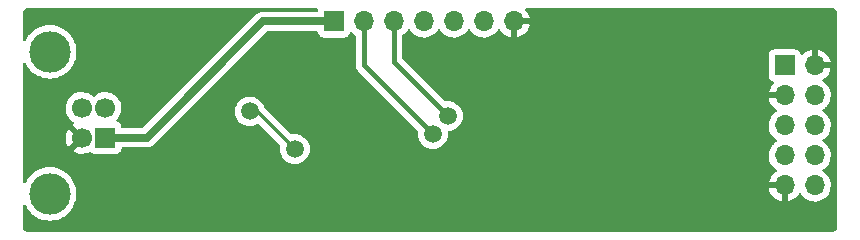
<source format=gbr>
G04 #@! TF.GenerationSoftware,KiCad,Pcbnew,(6.0.8)*
G04 #@! TF.CreationDate,2022-10-27T22:19:05+02:00*
G04 #@! TF.ProjectId,F38C_U2S,46333843-5f55-4325-932e-6b696361645f,1.0*
G04 #@! TF.SameCoordinates,Original*
G04 #@! TF.FileFunction,Copper,L2,Bot*
G04 #@! TF.FilePolarity,Positive*
%FSLAX46Y46*%
G04 Gerber Fmt 4.6, Leading zero omitted, Abs format (unit mm)*
G04 Created by KiCad (PCBNEW (6.0.8)) date 2022-10-27 22:19:05*
%MOMM*%
%LPD*%
G01*
G04 APERTURE LIST*
G04 #@! TA.AperFunction,ComponentPad*
%ADD10R,1.700000X1.700000*%
G04 #@! TD*
G04 #@! TA.AperFunction,ComponentPad*
%ADD11C,1.700000*%
G04 #@! TD*
G04 #@! TA.AperFunction,ComponentPad*
%ADD12C,3.500000*%
G04 #@! TD*
G04 #@! TA.AperFunction,ComponentPad*
%ADD13O,1.700000X1.700000*%
G04 #@! TD*
G04 #@! TA.AperFunction,ViaPad*
%ADD14C,1.500000*%
G04 #@! TD*
G04 #@! TA.AperFunction,Conductor*
%ADD15C,0.635000*%
G04 #@! TD*
G04 #@! TA.AperFunction,Conductor*
%ADD16C,0.304800*%
G04 #@! TD*
G04 #@! TA.AperFunction,Conductor*
%ADD17C,0.381000*%
G04 #@! TD*
G04 APERTURE END LIST*
D10*
X122000000Y-60000000D03*
D11*
X122000000Y-57500000D03*
X120000000Y-57500000D03*
X120000000Y-60000000D03*
D12*
X117290000Y-64770000D03*
X117290000Y-52730000D03*
D10*
X179526500Y-53890000D03*
D13*
X182066500Y-53890000D03*
X179526500Y-56430000D03*
X182066500Y-56430000D03*
X179526500Y-58970000D03*
X182066500Y-58970000D03*
X179526500Y-61510000D03*
X182066500Y-61510000D03*
X179526500Y-64050000D03*
X182066500Y-64050000D03*
D10*
X141351000Y-50165000D03*
D13*
X143891000Y-50165000D03*
X146431000Y-50165000D03*
X148971000Y-50165000D03*
X151511000Y-50165000D03*
X154051000Y-50165000D03*
X156591000Y-50165000D03*
D14*
X170500000Y-53750000D03*
X146600000Y-65800000D03*
X171250000Y-64600000D03*
X138049000Y-60960000D03*
X134239000Y-57785000D03*
X151003000Y-58166000D03*
X149733000Y-59690000D03*
D15*
X135335000Y-50165000D02*
X141351000Y-50165000D01*
X122000000Y-60000000D02*
X125500000Y-60000000D01*
X125500000Y-60000000D02*
X135335000Y-50165000D01*
D16*
X138049000Y-60960000D02*
X134874000Y-57785000D01*
X134874000Y-57785000D02*
X134239000Y-57785000D01*
D17*
X146431000Y-53594000D02*
X146431000Y-50165000D01*
X151003000Y-58166000D02*
X146431000Y-53594000D01*
X149733000Y-59690000D02*
X143891000Y-53848000D01*
X143891000Y-53848000D02*
X143891000Y-50165000D01*
G04 #@! TA.AperFunction,Conductor*
G36*
X139959124Y-49028502D02*
G01*
X140005617Y-49082158D01*
X140015721Y-49152432D01*
X140008986Y-49178726D01*
X139999255Y-49204684D01*
X139998402Y-49212539D01*
X139996873Y-49226610D01*
X139969630Y-49292171D01*
X139911266Y-49332597D01*
X139871610Y-49339000D01*
X135375033Y-49339000D01*
X135364489Y-49338558D01*
X135353283Y-49337617D01*
X135314700Y-49334377D01*
X135237257Y-49344711D01*
X135234257Y-49345073D01*
X135192502Y-49349609D01*
X135163366Y-49352774D01*
X135163364Y-49352774D01*
X135156583Y-49353511D01*
X135150117Y-49355687D01*
X135147767Y-49356204D01*
X135147218Y-49356301D01*
X135146459Y-49356478D01*
X135145914Y-49356636D01*
X135143574Y-49357211D01*
X135136810Y-49358113D01*
X135130401Y-49360446D01*
X135130396Y-49360447D01*
X135063459Y-49384811D01*
X135060552Y-49385829D01*
X134992959Y-49408576D01*
X134992954Y-49408578D01*
X134986489Y-49410754D01*
X134980636Y-49414271D01*
X134978453Y-49415280D01*
X134977946Y-49415489D01*
X134977226Y-49415833D01*
X134976728Y-49416104D01*
X134974583Y-49417159D01*
X134968165Y-49419495D01*
X134902211Y-49461351D01*
X134899643Y-49462936D01*
X134854089Y-49490308D01*
X134832656Y-49503186D01*
X134827699Y-49507874D01*
X134825763Y-49509343D01*
X134824840Y-49509984D01*
X134820995Y-49512892D01*
X134816636Y-49515658D01*
X134812536Y-49519323D01*
X134760613Y-49571246D01*
X134758092Y-49573698D01*
X134702260Y-49626496D01*
X134698426Y-49632137D01*
X134694297Y-49636989D01*
X134687440Y-49644419D01*
X129935593Y-54396267D01*
X125194765Y-59137095D01*
X125132453Y-59171121D01*
X125105670Y-59174000D01*
X123479390Y-59174000D01*
X123411269Y-59153998D01*
X123364776Y-59100342D01*
X123354127Y-59061610D01*
X123353703Y-59057709D01*
X123351745Y-59039684D01*
X123300615Y-58903295D01*
X123213261Y-58786739D01*
X123096705Y-58699385D01*
X123088296Y-58696233D01*
X123088295Y-58696232D01*
X123007371Y-58665895D01*
X122950606Y-58623254D01*
X122925906Y-58556692D01*
X122941113Y-58487343D01*
X122962660Y-58458662D01*
X123034435Y-58387137D01*
X123038096Y-58383489D01*
X123049072Y-58368215D01*
X123165435Y-58206277D01*
X123168453Y-58202077D01*
X123183578Y-58171475D01*
X123265136Y-58006453D01*
X123265137Y-58006451D01*
X123267430Y-58001811D01*
X123318992Y-57832101D01*
X123330865Y-57793023D01*
X123330865Y-57793021D01*
X123332370Y-57788069D01*
X123361529Y-57566590D01*
X123362017Y-57546632D01*
X123363074Y-57503365D01*
X123363074Y-57503361D01*
X123363156Y-57500000D01*
X123344852Y-57277361D01*
X123290431Y-57060702D01*
X123201354Y-56855840D01*
X123099221Y-56697966D01*
X123082822Y-56672617D01*
X123082820Y-56672614D01*
X123080014Y-56668277D01*
X122929670Y-56503051D01*
X122925619Y-56499852D01*
X122925615Y-56499848D01*
X122758414Y-56367800D01*
X122758410Y-56367798D01*
X122754359Y-56364598D01*
X122558789Y-56256638D01*
X122553920Y-56254914D01*
X122553916Y-56254912D01*
X122353087Y-56183795D01*
X122353083Y-56183794D01*
X122348212Y-56182069D01*
X122343119Y-56181162D01*
X122343116Y-56181161D01*
X122133373Y-56143800D01*
X122133367Y-56143799D01*
X122128284Y-56142894D01*
X122054452Y-56141992D01*
X121910081Y-56140228D01*
X121910079Y-56140228D01*
X121904911Y-56140165D01*
X121684091Y-56173955D01*
X121471756Y-56243357D01*
X121273607Y-56346507D01*
X121269474Y-56349610D01*
X121269471Y-56349612D01*
X121099100Y-56477530D01*
X121094965Y-56480635D01*
X121091393Y-56484373D01*
X121090874Y-56484916D01*
X121090610Y-56485068D01*
X121087525Y-56487807D01*
X121086960Y-56487170D01*
X121029350Y-56520346D01*
X120958437Y-56516889D01*
X120921688Y-56496747D01*
X120758414Y-56367800D01*
X120758410Y-56367798D01*
X120754359Y-56364598D01*
X120558789Y-56256638D01*
X120553920Y-56254914D01*
X120553916Y-56254912D01*
X120353087Y-56183795D01*
X120353083Y-56183794D01*
X120348212Y-56182069D01*
X120343119Y-56181162D01*
X120343116Y-56181161D01*
X120133373Y-56143800D01*
X120133367Y-56143799D01*
X120128284Y-56142894D01*
X120054452Y-56141992D01*
X119910081Y-56140228D01*
X119910079Y-56140228D01*
X119904911Y-56140165D01*
X119684091Y-56173955D01*
X119471756Y-56243357D01*
X119273607Y-56346507D01*
X119269474Y-56349610D01*
X119269471Y-56349612D01*
X119099100Y-56477530D01*
X119094965Y-56480635D01*
X118940629Y-56642138D01*
X118814743Y-56826680D01*
X118769890Y-56923308D01*
X118744748Y-56977473D01*
X118720688Y-57029305D01*
X118660989Y-57244570D01*
X118637251Y-57466695D01*
X118637548Y-57471848D01*
X118637548Y-57471851D01*
X118649812Y-57684547D01*
X118650110Y-57689715D01*
X118651247Y-57694761D01*
X118651248Y-57694767D01*
X118660073Y-57733924D01*
X118699222Y-57907639D01*
X118783266Y-58114616D01*
X118800425Y-58142617D01*
X118894835Y-58296680D01*
X118899987Y-58305088D01*
X119046250Y-58473938D01*
X119218126Y-58616632D01*
X119258224Y-58640063D01*
X119306947Y-58691702D01*
X119320018Y-58761485D01*
X119293286Y-58827257D01*
X119270306Y-58849611D01*
X119249676Y-58865100D01*
X119241223Y-58876427D01*
X119247968Y-58888758D01*
X120270115Y-59910905D01*
X120304141Y-59973217D01*
X120299076Y-60044032D01*
X120270115Y-60089095D01*
X119246737Y-61112473D01*
X119239977Y-61124853D01*
X119245258Y-61131907D01*
X119406756Y-61226279D01*
X119416042Y-61230729D01*
X119615001Y-61306703D01*
X119624899Y-61309579D01*
X119833595Y-61352038D01*
X119843823Y-61353257D01*
X120056650Y-61361062D01*
X120066936Y-61360595D01*
X120278185Y-61333534D01*
X120288262Y-61331392D01*
X120492255Y-61270191D01*
X120501842Y-61266433D01*
X120649098Y-61194293D01*
X120719072Y-61182286D01*
X120784250Y-61209939D01*
X120786739Y-61213261D01*
X120903295Y-61300615D01*
X121039684Y-61351745D01*
X121101866Y-61358500D01*
X122898134Y-61358500D01*
X122960316Y-61351745D01*
X123096705Y-61300615D01*
X123213261Y-61213261D01*
X123300615Y-61096705D01*
X123351745Y-60960316D01*
X123354127Y-60938390D01*
X123381370Y-60872829D01*
X123439734Y-60832403D01*
X123479390Y-60826000D01*
X125459967Y-60826000D01*
X125470512Y-60826442D01*
X125520300Y-60830623D01*
X125597743Y-60820289D01*
X125600743Y-60819927D01*
X125642498Y-60815391D01*
X125671634Y-60812226D01*
X125671636Y-60812226D01*
X125678417Y-60811489D01*
X125684883Y-60809313D01*
X125687233Y-60808796D01*
X125687783Y-60808699D01*
X125688550Y-60808520D01*
X125689085Y-60808365D01*
X125691432Y-60807789D01*
X125698190Y-60806887D01*
X125771542Y-60780189D01*
X125774443Y-60779174D01*
X125842039Y-60756425D01*
X125842046Y-60756422D01*
X125848511Y-60754246D01*
X125854360Y-60750731D01*
X125856553Y-60749718D01*
X125857068Y-60749506D01*
X125857766Y-60749173D01*
X125858267Y-60748900D01*
X125860421Y-60747840D01*
X125866834Y-60745506D01*
X125932802Y-60703641D01*
X125935394Y-60702041D01*
X126002344Y-60661814D01*
X126007295Y-60657133D01*
X126009231Y-60655663D01*
X126010162Y-60655015D01*
X126013996Y-60652115D01*
X126018364Y-60649343D01*
X126022464Y-60645677D01*
X126074387Y-60593754D01*
X126076909Y-60591301D01*
X126127782Y-60543193D01*
X126127784Y-60543191D01*
X126132740Y-60538504D01*
X126136574Y-60532863D01*
X126140703Y-60528011D01*
X126147560Y-60520581D01*
X128883141Y-57785000D01*
X132975693Y-57785000D01*
X132994885Y-58004371D01*
X133051880Y-58217076D01*
X133054205Y-58222061D01*
X133142618Y-58411666D01*
X133142621Y-58411671D01*
X133144944Y-58416653D01*
X133148100Y-58421160D01*
X133148101Y-58421162D01*
X133228316Y-58535720D01*
X133271251Y-58597038D01*
X133426962Y-58752749D01*
X133431471Y-58755906D01*
X133431473Y-58755908D01*
X133475504Y-58786739D01*
X133607346Y-58879056D01*
X133806924Y-58972120D01*
X134019629Y-59029115D01*
X134239000Y-59048307D01*
X134458371Y-59029115D01*
X134671076Y-58972120D01*
X134870654Y-58879056D01*
X134879770Y-58872673D01*
X134947043Y-58849984D01*
X135015904Y-58867268D01*
X135041133Y-58886787D01*
X135904147Y-59749800D01*
X136772484Y-60618137D01*
X136806510Y-60680449D01*
X136805350Y-60729565D01*
X136807264Y-60729902D01*
X136806310Y-60735309D01*
X136804885Y-60740629D01*
X136785693Y-60960000D01*
X136804885Y-61179371D01*
X136861880Y-61392076D01*
X136864205Y-61397061D01*
X136952618Y-61586666D01*
X136952621Y-61586671D01*
X136954944Y-61591653D01*
X137081251Y-61772038D01*
X137236962Y-61927749D01*
X137417346Y-62054056D01*
X137616924Y-62147120D01*
X137829629Y-62204115D01*
X138049000Y-62223307D01*
X138268371Y-62204115D01*
X138481076Y-62147120D01*
X138680654Y-62054056D01*
X138861038Y-61927749D01*
X139016749Y-61772038D01*
X139143056Y-61591653D01*
X139145379Y-61586671D01*
X139145382Y-61586666D01*
X139196662Y-61476695D01*
X178163751Y-61476695D01*
X178164048Y-61481848D01*
X178164048Y-61481851D01*
X178169511Y-61576590D01*
X178176610Y-61699715D01*
X178177747Y-61704761D01*
X178177748Y-61704767D01*
X178191892Y-61767527D01*
X178225722Y-61917639D01*
X178309766Y-62124616D01*
X178357611Y-62202692D01*
X178423791Y-62310688D01*
X178426487Y-62315088D01*
X178572750Y-62483938D01*
X178744626Y-62626632D01*
X178817945Y-62669476D01*
X178818455Y-62669774D01*
X178867179Y-62721412D01*
X178880250Y-62791195D01*
X178853519Y-62856967D01*
X178813062Y-62890327D01*
X178804957Y-62894546D01*
X178796238Y-62900036D01*
X178625933Y-63027905D01*
X178618226Y-63034748D01*
X178471090Y-63188717D01*
X178464604Y-63196727D01*
X178344598Y-63372649D01*
X178339500Y-63381623D01*
X178249838Y-63574783D01*
X178246275Y-63584470D01*
X178190889Y-63784183D01*
X178192412Y-63792607D01*
X178204792Y-63796000D01*
X179654500Y-63796000D01*
X179722621Y-63816002D01*
X179769114Y-63869658D01*
X179780500Y-63922000D01*
X179780500Y-65368517D01*
X179784564Y-65382359D01*
X179797978Y-65384393D01*
X179804684Y-65383534D01*
X179814762Y-65381392D01*
X180018755Y-65320191D01*
X180028342Y-65316433D01*
X180219595Y-65222739D01*
X180228445Y-65217464D01*
X180401828Y-65093792D01*
X180409700Y-65087139D01*
X180560552Y-64936812D01*
X180567230Y-64928965D01*
X180694522Y-64751819D01*
X180695779Y-64752722D01*
X180742873Y-64709362D01*
X180812811Y-64697145D01*
X180878251Y-64724678D01*
X180906079Y-64756511D01*
X180966487Y-64855088D01*
X181112750Y-65023938D01*
X181284626Y-65166632D01*
X181477500Y-65279338D01*
X181686192Y-65359030D01*
X181691260Y-65360061D01*
X181691263Y-65360062D01*
X181786362Y-65379410D01*
X181905097Y-65403567D01*
X181910272Y-65403757D01*
X181910274Y-65403757D01*
X182123173Y-65411564D01*
X182123177Y-65411564D01*
X182128337Y-65411753D01*
X182133457Y-65411097D01*
X182133459Y-65411097D01*
X182344788Y-65384025D01*
X182344789Y-65384025D01*
X182349916Y-65383368D01*
X182354866Y-65381883D01*
X182558929Y-65320661D01*
X182558934Y-65320659D01*
X182563884Y-65319174D01*
X182764494Y-65220896D01*
X182946360Y-65091173D01*
X183104596Y-64933489D01*
X183234953Y-64752077D01*
X183248495Y-64724678D01*
X183331636Y-64556453D01*
X183331637Y-64556451D01*
X183333930Y-64551811D01*
X183398870Y-64338069D01*
X183428029Y-64116590D01*
X183429656Y-64050000D01*
X183411352Y-63827361D01*
X183356931Y-63610702D01*
X183267854Y-63405840D01*
X183146514Y-63218277D01*
X182996170Y-63053051D01*
X182992119Y-63049852D01*
X182992115Y-63049848D01*
X182824914Y-62917800D01*
X182824910Y-62917798D01*
X182820859Y-62914598D01*
X182779553Y-62891796D01*
X182729584Y-62841364D01*
X182714812Y-62771921D01*
X182739928Y-62705516D01*
X182767280Y-62678909D01*
X182811103Y-62647650D01*
X182946360Y-62551173D01*
X183104596Y-62393489D01*
X183164094Y-62310689D01*
X183231935Y-62216277D01*
X183234953Y-62212077D01*
X183238652Y-62204594D01*
X183331636Y-62016453D01*
X183331637Y-62016451D01*
X183333930Y-62011811D01*
X183398870Y-61798069D01*
X183428029Y-61576590D01*
X183429656Y-61510000D01*
X183411352Y-61287361D01*
X183356931Y-61070702D01*
X183267854Y-60865840D01*
X183211787Y-60779174D01*
X183149322Y-60682617D01*
X183149320Y-60682614D01*
X183146514Y-60678277D01*
X182996170Y-60513051D01*
X182992119Y-60509852D01*
X182992115Y-60509848D01*
X182824914Y-60377800D01*
X182824910Y-60377798D01*
X182820859Y-60374598D01*
X182779553Y-60351796D01*
X182729584Y-60301364D01*
X182714812Y-60231921D01*
X182739928Y-60165516D01*
X182767280Y-60138909D01*
X182811103Y-60107650D01*
X182946360Y-60011173D01*
X182960548Y-59997035D01*
X183048518Y-59909371D01*
X183104596Y-59853489D01*
X183160849Y-59775205D01*
X183231935Y-59676277D01*
X183234953Y-59672077D01*
X183255820Y-59629857D01*
X183331636Y-59476453D01*
X183331637Y-59476451D01*
X183333930Y-59471811D01*
X183398870Y-59258069D01*
X183428029Y-59036590D01*
X183428212Y-59029115D01*
X183429574Y-58973365D01*
X183429574Y-58973361D01*
X183429656Y-58970000D01*
X183411352Y-58747361D01*
X183356931Y-58530702D01*
X183267854Y-58325840D01*
X183200716Y-58222061D01*
X183149322Y-58142617D01*
X183149320Y-58142614D01*
X183146514Y-58138277D01*
X182996170Y-57973051D01*
X182992119Y-57969852D01*
X182992115Y-57969848D01*
X182824914Y-57837800D01*
X182824910Y-57837798D01*
X182820859Y-57834598D01*
X182779553Y-57811796D01*
X182729584Y-57761364D01*
X182714812Y-57691921D01*
X182739928Y-57625516D01*
X182767280Y-57598909D01*
X182821381Y-57560319D01*
X182946360Y-57471173D01*
X182973152Y-57444475D01*
X183029833Y-57387991D01*
X183104596Y-57313489D01*
X183130557Y-57277361D01*
X183231935Y-57136277D01*
X183234953Y-57132077D01*
X183248495Y-57104678D01*
X183331636Y-56936453D01*
X183331637Y-56936451D01*
X183333930Y-56931811D01*
X183398870Y-56718069D01*
X183428029Y-56496590D01*
X183428314Y-56484916D01*
X183429574Y-56433365D01*
X183429574Y-56433361D01*
X183429656Y-56430000D01*
X183411352Y-56207361D01*
X183356931Y-55990702D01*
X183267854Y-55785840D01*
X183146514Y-55598277D01*
X182996170Y-55433051D01*
X182992119Y-55429852D01*
X182992115Y-55429848D01*
X182824914Y-55297800D01*
X182824910Y-55297798D01*
X182820859Y-55294598D01*
X182779069Y-55271529D01*
X182729098Y-55221097D01*
X182714326Y-55151654D01*
X182739442Y-55085248D01*
X182766794Y-55058641D01*
X182941828Y-54933792D01*
X182949700Y-54927139D01*
X183100552Y-54776812D01*
X183107230Y-54768965D01*
X183231503Y-54596020D01*
X183236813Y-54587183D01*
X183331170Y-54396267D01*
X183334969Y-54386672D01*
X183396877Y-54182910D01*
X183399055Y-54172837D01*
X183400486Y-54161962D01*
X183398275Y-54147778D01*
X183385117Y-54144000D01*
X181938500Y-54144000D01*
X181870379Y-54123998D01*
X181823886Y-54070342D01*
X181812500Y-54018000D01*
X181812500Y-53617885D01*
X182320500Y-53617885D01*
X182324975Y-53633124D01*
X182326365Y-53634329D01*
X182334048Y-53636000D01*
X183384844Y-53636000D01*
X183398375Y-53632027D01*
X183399680Y-53622947D01*
X183357714Y-53455875D01*
X183354394Y-53446124D01*
X183269472Y-53250814D01*
X183264605Y-53241739D01*
X183148926Y-53062926D01*
X183142636Y-53054757D01*
X182999306Y-52897240D01*
X182991773Y-52890215D01*
X182824639Y-52758222D01*
X182816052Y-52752517D01*
X182629617Y-52649599D01*
X182620205Y-52645369D01*
X182419459Y-52574280D01*
X182409488Y-52571646D01*
X182338337Y-52558972D01*
X182325040Y-52560432D01*
X182320500Y-52574989D01*
X182320500Y-53617885D01*
X181812500Y-53617885D01*
X181812500Y-52573102D01*
X181808582Y-52559758D01*
X181794306Y-52557771D01*
X181755824Y-52563660D01*
X181745788Y-52566051D01*
X181543368Y-52632212D01*
X181533859Y-52636209D01*
X181344963Y-52734542D01*
X181336238Y-52740036D01*
X181165933Y-52867905D01*
X181158226Y-52874748D01*
X181080978Y-52955584D01*
X181019454Y-52991014D01*
X180948542Y-52987557D01*
X180890755Y-52946311D01*
X180871902Y-52912763D01*
X180830267Y-52801703D01*
X180827115Y-52793295D01*
X180739761Y-52676739D01*
X180623205Y-52589385D01*
X180486816Y-52538255D01*
X180424634Y-52531500D01*
X178628366Y-52531500D01*
X178566184Y-52538255D01*
X178429795Y-52589385D01*
X178313239Y-52676739D01*
X178225885Y-52793295D01*
X178174755Y-52929684D01*
X178168000Y-52991866D01*
X178168000Y-54788134D01*
X178174755Y-54850316D01*
X178225885Y-54986705D01*
X178313239Y-55103261D01*
X178429795Y-55190615D01*
X178438204Y-55193767D01*
X178438205Y-55193768D01*
X178547460Y-55234726D01*
X178604225Y-55277367D01*
X178628925Y-55343929D01*
X178613718Y-55413278D01*
X178594325Y-55439759D01*
X178471090Y-55568717D01*
X178464604Y-55576727D01*
X178344598Y-55752649D01*
X178339500Y-55761623D01*
X178249838Y-55954783D01*
X178246275Y-55964470D01*
X178190889Y-56164183D01*
X178192412Y-56172607D01*
X178204792Y-56176000D01*
X179654500Y-56176000D01*
X179722621Y-56196002D01*
X179769114Y-56249658D01*
X179780500Y-56302000D01*
X179780500Y-56558000D01*
X179760498Y-56626121D01*
X179706842Y-56672614D01*
X179654500Y-56684000D01*
X178209725Y-56684000D01*
X178196194Y-56687973D01*
X178194757Y-56697966D01*
X178225065Y-56832446D01*
X178228145Y-56842275D01*
X178308270Y-57039603D01*
X178312913Y-57048794D01*
X178424194Y-57230388D01*
X178430277Y-57238699D01*
X178569713Y-57399667D01*
X178577080Y-57406883D01*
X178740934Y-57542916D01*
X178749381Y-57548831D01*
X178818469Y-57589203D01*
X178867193Y-57640842D01*
X178880264Y-57710625D01*
X178853533Y-57776396D01*
X178813084Y-57809752D01*
X178800107Y-57816507D01*
X178795974Y-57819610D01*
X178795971Y-57819612D01*
X178626800Y-57946629D01*
X178621465Y-57950635D01*
X178467129Y-58112138D01*
X178341243Y-58296680D01*
X178325503Y-58330590D01*
X178252741Y-58487343D01*
X178247188Y-58499305D01*
X178187489Y-58714570D01*
X178163751Y-58936695D01*
X178164048Y-58941848D01*
X178164048Y-58941851D01*
X178174888Y-59129852D01*
X178176610Y-59159715D01*
X178177747Y-59164761D01*
X178177748Y-59164767D01*
X178179180Y-59171121D01*
X178225722Y-59377639D01*
X178309766Y-59584616D01*
X178360519Y-59667438D01*
X178423791Y-59770688D01*
X178426487Y-59775088D01*
X178572750Y-59943938D01*
X178744626Y-60086632D01*
X178796193Y-60116765D01*
X178817945Y-60129476D01*
X178866669Y-60181114D01*
X178879740Y-60250897D01*
X178853009Y-60316669D01*
X178812555Y-60350027D01*
X178800107Y-60356507D01*
X178795974Y-60359610D01*
X178795971Y-60359612D01*
X178625600Y-60487530D01*
X178621465Y-60490635D01*
X178575720Y-60538504D01*
X178524119Y-60592502D01*
X178467129Y-60652138D01*
X178464220Y-60656403D01*
X178464214Y-60656411D01*
X178405931Y-60741851D01*
X178341243Y-60836680D01*
X178247188Y-61039305D01*
X178187489Y-61254570D01*
X178163751Y-61476695D01*
X139196662Y-61476695D01*
X139233795Y-61397061D01*
X139236120Y-61392076D01*
X139293115Y-61179371D01*
X139312307Y-60960000D01*
X139293115Y-60740629D01*
X139236120Y-60527924D01*
X139177609Y-60402446D01*
X139145382Y-60333334D01*
X139145379Y-60333329D01*
X139143056Y-60328347D01*
X139134877Y-60316666D01*
X139019908Y-60152473D01*
X139019906Y-60152470D01*
X139016749Y-60147962D01*
X138861038Y-59992251D01*
X138680654Y-59865944D01*
X138481076Y-59772880D01*
X138268371Y-59715885D01*
X138049000Y-59696693D01*
X137829629Y-59715885D01*
X137824309Y-59717310D01*
X137818902Y-59718264D01*
X137818478Y-59715859D01*
X137757818Y-59714391D01*
X137707137Y-59683484D01*
X135468128Y-57444475D01*
X135435516Y-57387991D01*
X135427543Y-57358234D01*
X135427542Y-57358232D01*
X135426120Y-57352924D01*
X135423797Y-57347942D01*
X135335382Y-57158334D01*
X135335379Y-57158329D01*
X135333056Y-57153347D01*
X135329899Y-57148838D01*
X135209908Y-56977473D01*
X135209906Y-56977470D01*
X135206749Y-56972962D01*
X135051038Y-56817251D01*
X134870654Y-56690944D01*
X134671076Y-56597880D01*
X134458371Y-56540885D01*
X134239000Y-56521693D01*
X134019629Y-56540885D01*
X133806924Y-56597880D01*
X133760099Y-56619715D01*
X133612334Y-56688618D01*
X133612329Y-56688621D01*
X133607347Y-56690944D01*
X133602840Y-56694100D01*
X133602838Y-56694101D01*
X133431473Y-56814092D01*
X133431470Y-56814094D01*
X133426962Y-56817251D01*
X133271251Y-56972962D01*
X133268094Y-56977470D01*
X133268092Y-56977473D01*
X133148101Y-57148838D01*
X133144944Y-57153347D01*
X133142621Y-57158329D01*
X133142618Y-57158334D01*
X133109019Y-57230388D01*
X133051880Y-57352924D01*
X132994885Y-57565629D01*
X132975693Y-57785000D01*
X128883141Y-57785000D01*
X135640236Y-51027905D01*
X135702548Y-50993879D01*
X135729331Y-50991000D01*
X139871610Y-50991000D01*
X139939731Y-51011002D01*
X139986224Y-51064658D01*
X139996873Y-51103390D01*
X139999255Y-51125316D01*
X140050385Y-51261705D01*
X140137739Y-51378261D01*
X140254295Y-51465615D01*
X140390684Y-51516745D01*
X140452866Y-51523500D01*
X142249134Y-51523500D01*
X142311316Y-51516745D01*
X142447705Y-51465615D01*
X142564261Y-51378261D01*
X142651615Y-51261705D01*
X142673799Y-51202529D01*
X142695598Y-51144382D01*
X142738240Y-51087618D01*
X142804802Y-51062918D01*
X142874150Y-51078126D01*
X142908817Y-51106114D01*
X142937250Y-51138938D01*
X143109126Y-51281632D01*
X143113587Y-51284239D01*
X143113593Y-51284243D01*
X143129568Y-51293577D01*
X143178293Y-51345215D01*
X143192000Y-51402366D01*
X143192000Y-53819401D01*
X143191708Y-53827971D01*
X143189647Y-53858205D01*
X143187830Y-53884852D01*
X143189135Y-53892328D01*
X143189135Y-53892332D01*
X143198663Y-53946924D01*
X143199626Y-53953449D01*
X143207191Y-54015960D01*
X143209875Y-54023062D01*
X143210719Y-54026500D01*
X143214583Y-54040623D01*
X143215613Y-54044034D01*
X143216919Y-54051517D01*
X143219972Y-54058472D01*
X143242239Y-54109198D01*
X143244730Y-54115304D01*
X143266994Y-54174222D01*
X143271293Y-54180477D01*
X143272935Y-54183618D01*
X143280033Y-54196372D01*
X143281870Y-54199478D01*
X143284923Y-54206433D01*
X143289548Y-54212460D01*
X143289550Y-54212464D01*
X143323265Y-54256402D01*
X143327129Y-54261720D01*
X143362821Y-54313652D01*
X143368491Y-54318704D01*
X143368492Y-54318705D01*
X143408688Y-54354518D01*
X143413964Y-54359499D01*
X148450251Y-59395787D01*
X148484277Y-59458099D01*
X148486677Y-59495863D01*
X148478527Y-59589020D01*
X148469693Y-59690000D01*
X148488885Y-59909371D01*
X148545880Y-60122076D01*
X148573410Y-60181114D01*
X148636618Y-60316666D01*
X148636620Y-60316669D01*
X148638944Y-60321653D01*
X148642100Y-60326160D01*
X148642101Y-60326162D01*
X148757267Y-60490635D01*
X148765251Y-60502038D01*
X148920962Y-60657749D01*
X148925471Y-60660906D01*
X148925473Y-60660908D01*
X148986526Y-60703658D01*
X149101346Y-60784056D01*
X149300924Y-60877120D01*
X149513629Y-60934115D01*
X149733000Y-60953307D01*
X149952371Y-60934115D01*
X150165076Y-60877120D01*
X150364654Y-60784056D01*
X150479474Y-60703658D01*
X150540527Y-60660908D01*
X150540529Y-60660906D01*
X150545038Y-60657749D01*
X150700749Y-60502038D01*
X150708734Y-60490635D01*
X150823899Y-60326162D01*
X150823900Y-60326160D01*
X150827056Y-60321653D01*
X150829380Y-60316669D01*
X150829382Y-60316666D01*
X150892590Y-60181114D01*
X150920120Y-60122076D01*
X150977115Y-59909371D01*
X150996307Y-59690000D01*
X150984705Y-59557389D01*
X150998694Y-59487785D01*
X151048094Y-59436792D01*
X151099245Y-59420887D01*
X151153037Y-59416181D01*
X151222371Y-59410115D01*
X151435076Y-59353120D01*
X151634654Y-59260056D01*
X151786120Y-59153998D01*
X151810527Y-59136908D01*
X151810529Y-59136906D01*
X151815038Y-59133749D01*
X151970749Y-58978038D01*
X151976378Y-58970000D01*
X152093899Y-58802162D01*
X152093900Y-58802160D01*
X152097056Y-58797653D01*
X152099379Y-58792671D01*
X152099382Y-58792666D01*
X152146585Y-58691438D01*
X152190120Y-58598076D01*
X152247115Y-58385371D01*
X152266307Y-58166000D01*
X152247115Y-57946629D01*
X152190120Y-57733924D01*
X152133683Y-57612894D01*
X152099382Y-57539334D01*
X152099379Y-57539329D01*
X152097056Y-57534347D01*
X152073006Y-57500000D01*
X151973908Y-57358473D01*
X151973906Y-57358470D01*
X151970749Y-57353962D01*
X151815038Y-57198251D01*
X151634654Y-57071944D01*
X151435076Y-56978880D01*
X151222371Y-56921885D01*
X151003000Y-56902693D01*
X150997525Y-56903172D01*
X150808863Y-56919677D01*
X150739258Y-56905687D01*
X150708787Y-56883251D01*
X147166905Y-53341370D01*
X147132879Y-53279058D01*
X147130000Y-53252275D01*
X147130000Y-51400073D01*
X147150002Y-51331952D01*
X147182832Y-51297494D01*
X147244794Y-51253297D01*
X147310860Y-51206173D01*
X147469096Y-51048489D01*
X147549148Y-50937085D01*
X147599453Y-50867077D01*
X147600776Y-50868028D01*
X147647645Y-50824857D01*
X147717580Y-50812625D01*
X147783026Y-50840144D01*
X147810875Y-50871994D01*
X147870987Y-50970088D01*
X148017250Y-51138938D01*
X148189126Y-51281632D01*
X148382000Y-51394338D01*
X148590692Y-51474030D01*
X148595760Y-51475061D01*
X148595763Y-51475062D01*
X148690862Y-51494410D01*
X148809597Y-51518567D01*
X148814772Y-51518757D01*
X148814774Y-51518757D01*
X149027673Y-51526564D01*
X149027677Y-51526564D01*
X149032837Y-51526753D01*
X149037957Y-51526097D01*
X149037959Y-51526097D01*
X149249288Y-51499025D01*
X149249289Y-51499025D01*
X149254416Y-51498368D01*
X149259366Y-51496883D01*
X149463429Y-51435661D01*
X149463434Y-51435659D01*
X149468384Y-51434174D01*
X149668994Y-51335896D01*
X149850860Y-51206173D01*
X150009096Y-51048489D01*
X150089148Y-50937085D01*
X150139453Y-50867077D01*
X150140776Y-50868028D01*
X150187645Y-50824857D01*
X150257580Y-50812625D01*
X150323026Y-50840144D01*
X150350875Y-50871994D01*
X150410987Y-50970088D01*
X150557250Y-51138938D01*
X150729126Y-51281632D01*
X150922000Y-51394338D01*
X151130692Y-51474030D01*
X151135760Y-51475061D01*
X151135763Y-51475062D01*
X151230862Y-51494410D01*
X151349597Y-51518567D01*
X151354772Y-51518757D01*
X151354774Y-51518757D01*
X151567673Y-51526564D01*
X151567677Y-51526564D01*
X151572837Y-51526753D01*
X151577957Y-51526097D01*
X151577959Y-51526097D01*
X151789288Y-51499025D01*
X151789289Y-51499025D01*
X151794416Y-51498368D01*
X151799366Y-51496883D01*
X152003429Y-51435661D01*
X152003434Y-51435659D01*
X152008384Y-51434174D01*
X152208994Y-51335896D01*
X152390860Y-51206173D01*
X152549096Y-51048489D01*
X152629148Y-50937085D01*
X152679453Y-50867077D01*
X152680776Y-50868028D01*
X152727645Y-50824857D01*
X152797580Y-50812625D01*
X152863026Y-50840144D01*
X152890875Y-50871994D01*
X152950987Y-50970088D01*
X153097250Y-51138938D01*
X153269126Y-51281632D01*
X153462000Y-51394338D01*
X153670692Y-51474030D01*
X153675760Y-51475061D01*
X153675763Y-51475062D01*
X153770862Y-51494410D01*
X153889597Y-51518567D01*
X153894772Y-51518757D01*
X153894774Y-51518757D01*
X154107673Y-51526564D01*
X154107677Y-51526564D01*
X154112837Y-51526753D01*
X154117957Y-51526097D01*
X154117959Y-51526097D01*
X154329288Y-51499025D01*
X154329289Y-51499025D01*
X154334416Y-51498368D01*
X154339366Y-51496883D01*
X154543429Y-51435661D01*
X154543434Y-51435659D01*
X154548384Y-51434174D01*
X154748994Y-51335896D01*
X154930860Y-51206173D01*
X155089096Y-51048489D01*
X155169148Y-50937085D01*
X155219453Y-50867077D01*
X155220640Y-50867930D01*
X155267960Y-50824362D01*
X155337897Y-50812145D01*
X155403338Y-50839678D01*
X155431166Y-50871511D01*
X155488694Y-50965388D01*
X155494777Y-50973699D01*
X155634213Y-51134667D01*
X155641580Y-51141883D01*
X155805434Y-51277916D01*
X155813881Y-51283831D01*
X155997756Y-51391279D01*
X156007042Y-51395729D01*
X156206001Y-51471703D01*
X156215899Y-51474579D01*
X156319250Y-51495606D01*
X156333299Y-51494410D01*
X156337000Y-51484065D01*
X156337000Y-51483517D01*
X156845000Y-51483517D01*
X156849064Y-51497359D01*
X156862478Y-51499393D01*
X156869184Y-51498534D01*
X156879262Y-51496392D01*
X157083255Y-51435191D01*
X157092842Y-51431433D01*
X157284095Y-51337739D01*
X157292945Y-51332464D01*
X157466328Y-51208792D01*
X157474200Y-51202139D01*
X157625052Y-51051812D01*
X157631730Y-51043965D01*
X157756003Y-50871020D01*
X157761313Y-50862183D01*
X157855670Y-50671267D01*
X157859469Y-50661672D01*
X157921377Y-50457910D01*
X157923555Y-50447837D01*
X157924986Y-50436962D01*
X157922775Y-50422778D01*
X157909617Y-50419000D01*
X156863115Y-50419000D01*
X156847876Y-50423475D01*
X156846671Y-50424865D01*
X156845000Y-50432548D01*
X156845000Y-51483517D01*
X156337000Y-51483517D01*
X156337000Y-50037000D01*
X156357002Y-49968879D01*
X156410658Y-49922386D01*
X156463000Y-49911000D01*
X157909344Y-49911000D01*
X157922875Y-49907027D01*
X157924180Y-49897947D01*
X157882214Y-49730875D01*
X157878894Y-49721124D01*
X157793972Y-49525814D01*
X157789105Y-49516739D01*
X157673426Y-49337926D01*
X157667136Y-49329757D01*
X157566627Y-49219300D01*
X157535575Y-49155454D01*
X157543969Y-49084955D01*
X157589146Y-49030187D01*
X157659820Y-49008500D01*
X183450633Y-49008500D01*
X183470018Y-49010000D01*
X183484852Y-49012310D01*
X183484855Y-49012310D01*
X183493724Y-49013691D01*
X183502626Y-49012527D01*
X183502750Y-49012511D01*
X183533192Y-49012240D01*
X183540621Y-49013077D01*
X183595264Y-49019234D01*
X183622771Y-49025513D01*
X183699853Y-49052485D01*
X183725274Y-49064727D01*
X183794426Y-49108178D01*
X183816485Y-49125770D01*
X183874230Y-49183515D01*
X183891822Y-49205574D01*
X183935273Y-49274726D01*
X183947515Y-49300147D01*
X183974487Y-49377228D01*
X183980766Y-49404736D01*
X183987018Y-49460226D01*
X183986923Y-49475868D01*
X183987800Y-49475879D01*
X183987690Y-49484851D01*
X183986309Y-49493724D01*
X183987473Y-49502626D01*
X183987473Y-49502628D01*
X183988351Y-49509343D01*
X183989657Y-49519323D01*
X183990436Y-49525283D01*
X183991500Y-49541621D01*
X183991500Y-67450633D01*
X183990000Y-67470018D01*
X183986309Y-67493724D01*
X183987473Y-67502626D01*
X183987489Y-67502750D01*
X183987760Y-67533192D01*
X183985430Y-67553870D01*
X183980766Y-67595264D01*
X183974487Y-67622771D01*
X183947515Y-67699853D01*
X183935273Y-67725274D01*
X183891822Y-67794426D01*
X183874230Y-67816485D01*
X183816485Y-67874230D01*
X183794426Y-67891822D01*
X183725274Y-67935273D01*
X183699853Y-67947515D01*
X183622772Y-67974487D01*
X183595264Y-67980766D01*
X183539774Y-67987018D01*
X183524132Y-67986923D01*
X183524121Y-67987800D01*
X183515149Y-67987690D01*
X183506276Y-67986309D01*
X183497374Y-67987473D01*
X183497372Y-67987473D01*
X183486385Y-67988910D01*
X183474714Y-67990436D01*
X183458379Y-67991500D01*
X115549367Y-67991500D01*
X115529982Y-67990000D01*
X115515148Y-67987690D01*
X115515145Y-67987690D01*
X115506276Y-67986309D01*
X115497374Y-67987473D01*
X115497250Y-67987489D01*
X115466808Y-67987760D01*
X115446130Y-67985430D01*
X115404736Y-67980766D01*
X115377229Y-67974487D01*
X115300147Y-67947515D01*
X115274726Y-67935273D01*
X115205574Y-67891822D01*
X115183515Y-67874230D01*
X115125770Y-67816485D01*
X115108178Y-67794426D01*
X115064727Y-67725274D01*
X115052485Y-67699853D01*
X115025513Y-67622772D01*
X115019234Y-67595266D01*
X115013170Y-67541451D01*
X115012888Y-67516640D01*
X115013576Y-67512552D01*
X115013729Y-67500000D01*
X115009773Y-67472376D01*
X115008500Y-67454514D01*
X115008500Y-65790353D01*
X115028502Y-65722232D01*
X115082158Y-65675739D01*
X115152432Y-65665635D01*
X115217012Y-65695129D01*
X115247506Y-65734625D01*
X115329885Y-65901673D01*
X115494367Y-66147838D01*
X115497081Y-66150932D01*
X115497085Y-66150938D01*
X115686864Y-66367338D01*
X115689573Y-66370427D01*
X115692662Y-66373136D01*
X115909062Y-66562915D01*
X115909068Y-66562919D01*
X115912162Y-66565633D01*
X115915588Y-66567922D01*
X115915593Y-66567926D01*
X116099405Y-66690744D01*
X116158327Y-66730115D01*
X116162026Y-66731939D01*
X116162031Y-66731942D01*
X116298313Y-66799148D01*
X116423855Y-66861059D01*
X116427760Y-66862384D01*
X116427761Y-66862385D01*
X116700290Y-66954896D01*
X116700294Y-66954897D01*
X116704203Y-66956224D01*
X116708247Y-66957028D01*
X116708253Y-66957030D01*
X116990535Y-67013180D01*
X116990541Y-67013181D01*
X116994574Y-67013983D01*
X116998679Y-67014252D01*
X116998686Y-67014253D01*
X117285881Y-67033076D01*
X117290000Y-67033346D01*
X117294119Y-67033076D01*
X117581314Y-67014253D01*
X117581321Y-67014252D01*
X117585426Y-67013983D01*
X117589459Y-67013181D01*
X117589465Y-67013180D01*
X117871747Y-66957030D01*
X117871753Y-66957028D01*
X117875797Y-66956224D01*
X117879706Y-66954897D01*
X117879710Y-66954896D01*
X118152239Y-66862385D01*
X118152240Y-66862384D01*
X118156145Y-66861059D01*
X118281687Y-66799148D01*
X118417969Y-66731942D01*
X118417974Y-66731939D01*
X118421673Y-66730115D01*
X118480595Y-66690744D01*
X118664407Y-66567926D01*
X118664412Y-66567922D01*
X118667838Y-66565633D01*
X118670932Y-66562919D01*
X118670938Y-66562915D01*
X118887338Y-66373136D01*
X118890427Y-66370427D01*
X118893136Y-66367338D01*
X119082915Y-66150938D01*
X119082919Y-66150932D01*
X119085633Y-66147838D01*
X119250115Y-65901673D01*
X119381059Y-65636145D01*
X119459944Y-65403757D01*
X119474896Y-65359710D01*
X119474897Y-65359706D01*
X119476224Y-65355797D01*
X119483509Y-65319174D01*
X119533180Y-65069465D01*
X119533181Y-65069459D01*
X119533983Y-65065426D01*
X119536510Y-65026883D01*
X119553076Y-64774119D01*
X119553346Y-64770000D01*
X119551867Y-64747438D01*
X119534253Y-64478686D01*
X119534252Y-64478679D01*
X119533983Y-64474574D01*
X119530615Y-64457639D01*
X119502832Y-64317966D01*
X178194757Y-64317966D01*
X178225065Y-64452446D01*
X178228145Y-64462275D01*
X178308270Y-64659603D01*
X178312913Y-64668794D01*
X178424194Y-64850388D01*
X178430277Y-64858699D01*
X178569713Y-65019667D01*
X178577080Y-65026883D01*
X178740934Y-65162916D01*
X178749381Y-65168831D01*
X178933256Y-65276279D01*
X178942542Y-65280729D01*
X179141501Y-65356703D01*
X179151399Y-65359579D01*
X179254750Y-65380606D01*
X179268799Y-65379410D01*
X179272500Y-65369065D01*
X179272500Y-64322115D01*
X179268025Y-64306876D01*
X179266635Y-64305671D01*
X179258952Y-64304000D01*
X178209725Y-64304000D01*
X178196194Y-64307973D01*
X178194757Y-64317966D01*
X119502832Y-64317966D01*
X119477030Y-64188253D01*
X119477028Y-64188247D01*
X119476224Y-64184203D01*
X119452136Y-64113240D01*
X119382385Y-63907761D01*
X119382384Y-63907760D01*
X119381059Y-63903855D01*
X119250115Y-63638327D01*
X119207656Y-63574783D01*
X119087926Y-63395593D01*
X119087922Y-63395588D01*
X119085633Y-63392162D01*
X119082919Y-63389068D01*
X119082915Y-63389062D01*
X118893136Y-63172662D01*
X118890427Y-63169573D01*
X118887338Y-63166864D01*
X118670938Y-62977085D01*
X118670932Y-62977081D01*
X118667838Y-62974367D01*
X118664412Y-62972078D01*
X118664407Y-62972074D01*
X118425106Y-62812179D01*
X118421673Y-62809885D01*
X118417974Y-62808061D01*
X118417969Y-62808058D01*
X118278618Y-62739338D01*
X118156145Y-62678941D01*
X118128262Y-62669476D01*
X117879710Y-62585104D01*
X117879706Y-62585103D01*
X117875797Y-62583776D01*
X117871753Y-62582972D01*
X117871747Y-62582970D01*
X117589465Y-62526820D01*
X117589459Y-62526819D01*
X117585426Y-62526017D01*
X117581321Y-62525748D01*
X117581314Y-62525747D01*
X117294119Y-62506924D01*
X117290000Y-62506654D01*
X117285881Y-62506924D01*
X116998686Y-62525747D01*
X116998679Y-62525748D01*
X116994574Y-62526017D01*
X116990541Y-62526819D01*
X116990535Y-62526820D01*
X116708253Y-62582970D01*
X116708247Y-62582972D01*
X116704203Y-62583776D01*
X116700294Y-62585103D01*
X116700290Y-62585104D01*
X116451738Y-62669476D01*
X116423855Y-62678941D01*
X116301382Y-62739338D01*
X116162031Y-62808058D01*
X116162026Y-62808061D01*
X116158327Y-62809885D01*
X116154894Y-62812179D01*
X115915593Y-62972074D01*
X115915588Y-62972078D01*
X115912162Y-62974367D01*
X115909068Y-62977081D01*
X115909062Y-62977085D01*
X115692662Y-63166864D01*
X115689573Y-63169573D01*
X115686864Y-63172662D01*
X115497085Y-63389062D01*
X115497081Y-63389068D01*
X115494367Y-63392162D01*
X115492078Y-63395588D01*
X115492074Y-63395593D01*
X115372344Y-63574783D01*
X115329885Y-63638327D01*
X115328061Y-63642026D01*
X115328058Y-63642031D01*
X115247506Y-63805375D01*
X115199438Y-63857624D01*
X115130752Y-63875591D01*
X115063256Y-63853572D01*
X115018380Y-63798557D01*
X115008500Y-63749647D01*
X115008500Y-59971863D01*
X118638050Y-59971863D01*
X118650309Y-60184477D01*
X118651745Y-60194697D01*
X118698565Y-60402446D01*
X118701645Y-60412275D01*
X118781770Y-60609603D01*
X118786413Y-60618794D01*
X118866460Y-60749420D01*
X118876916Y-60758880D01*
X118885694Y-60755096D01*
X119627978Y-60012812D01*
X119635592Y-59998868D01*
X119635461Y-59997035D01*
X119631210Y-59990420D01*
X118889849Y-59249059D01*
X118878313Y-59242759D01*
X118866031Y-59252382D01*
X118818089Y-59322662D01*
X118813004Y-59331613D01*
X118723338Y-59524783D01*
X118719775Y-59534470D01*
X118662864Y-59739681D01*
X118660933Y-59749800D01*
X118638302Y-59961574D01*
X118638050Y-59971863D01*
X115008500Y-59971863D01*
X115008500Y-53750353D01*
X115028502Y-53682232D01*
X115082158Y-53635739D01*
X115152432Y-53625635D01*
X115217012Y-53655129D01*
X115247506Y-53694625D01*
X115326692Y-53855198D01*
X115329885Y-53861673D01*
X115332179Y-53865106D01*
X115491087Y-54102929D01*
X115494367Y-54107838D01*
X115497081Y-54110932D01*
X115497085Y-54110938D01*
X115626944Y-54259013D01*
X115689573Y-54330427D01*
X115692662Y-54333136D01*
X115909062Y-54522915D01*
X115909068Y-54522919D01*
X115912162Y-54525633D01*
X115915588Y-54527922D01*
X115915593Y-54527926D01*
X116099405Y-54650744D01*
X116158327Y-54690115D01*
X116162026Y-54691939D01*
X116162031Y-54691942D01*
X116298313Y-54759148D01*
X116423855Y-54821059D01*
X116427760Y-54822384D01*
X116427761Y-54822385D01*
X116700290Y-54914896D01*
X116700294Y-54914897D01*
X116704203Y-54916224D01*
X116708247Y-54917028D01*
X116708253Y-54917030D01*
X116990535Y-54973180D01*
X116990541Y-54973181D01*
X116994574Y-54973983D01*
X116998679Y-54974252D01*
X116998686Y-54974253D01*
X117285881Y-54993076D01*
X117290000Y-54993346D01*
X117294119Y-54993076D01*
X117581314Y-54974253D01*
X117581321Y-54974252D01*
X117585426Y-54973983D01*
X117589459Y-54973181D01*
X117589465Y-54973180D01*
X117871747Y-54917030D01*
X117871753Y-54917028D01*
X117875797Y-54916224D01*
X117879706Y-54914897D01*
X117879710Y-54914896D01*
X118152239Y-54822385D01*
X118152240Y-54822384D01*
X118156145Y-54821059D01*
X118281687Y-54759148D01*
X118417969Y-54691942D01*
X118417974Y-54691939D01*
X118421673Y-54690115D01*
X118480595Y-54650744D01*
X118664407Y-54527926D01*
X118664412Y-54527922D01*
X118667838Y-54525633D01*
X118670932Y-54522919D01*
X118670938Y-54522915D01*
X118887338Y-54333136D01*
X118890427Y-54330427D01*
X118953056Y-54259013D01*
X119082915Y-54110938D01*
X119082919Y-54110932D01*
X119085633Y-54107838D01*
X119088914Y-54102929D01*
X119247821Y-53865106D01*
X119250115Y-53861673D01*
X119270962Y-53819401D01*
X119333333Y-53692924D01*
X119381059Y-53596145D01*
X119476224Y-53315797D01*
X119483532Y-53279058D01*
X119533180Y-53029465D01*
X119533181Y-53029459D01*
X119533983Y-53025426D01*
X119536239Y-52991014D01*
X119553076Y-52734119D01*
X119553346Y-52730000D01*
X119549855Y-52676739D01*
X119534253Y-52438686D01*
X119534252Y-52438679D01*
X119533983Y-52434574D01*
X119476224Y-52144203D01*
X119381059Y-51863855D01*
X119250115Y-51598327D01*
X119193750Y-51513971D01*
X119087926Y-51355593D01*
X119087922Y-51355588D01*
X119085633Y-51352162D01*
X119082919Y-51349068D01*
X119082915Y-51349062D01*
X118893136Y-51132662D01*
X118890427Y-51129573D01*
X118814422Y-51062918D01*
X118670938Y-50937085D01*
X118670932Y-50937081D01*
X118667838Y-50934367D01*
X118664412Y-50932078D01*
X118664407Y-50932074D01*
X118425106Y-50772179D01*
X118421673Y-50769885D01*
X118417974Y-50768061D01*
X118417969Y-50768058D01*
X118281687Y-50700852D01*
X118156145Y-50638941D01*
X118152239Y-50637615D01*
X117879710Y-50545104D01*
X117879706Y-50545103D01*
X117875797Y-50543776D01*
X117871753Y-50542972D01*
X117871747Y-50542970D01*
X117589465Y-50486820D01*
X117589459Y-50486819D01*
X117585426Y-50486017D01*
X117581321Y-50485748D01*
X117581314Y-50485747D01*
X117294119Y-50466924D01*
X117290000Y-50466654D01*
X117285881Y-50466924D01*
X116998686Y-50485747D01*
X116998679Y-50485748D01*
X116994574Y-50486017D01*
X116990541Y-50486819D01*
X116990535Y-50486820D01*
X116708253Y-50542970D01*
X116708247Y-50542972D01*
X116704203Y-50543776D01*
X116700294Y-50545103D01*
X116700290Y-50545104D01*
X116427761Y-50637615D01*
X116423855Y-50638941D01*
X116298313Y-50700852D01*
X116162031Y-50768058D01*
X116162026Y-50768061D01*
X116158327Y-50769885D01*
X116154894Y-50772179D01*
X115915593Y-50932074D01*
X115915588Y-50932078D01*
X115912162Y-50934367D01*
X115909068Y-50937081D01*
X115909062Y-50937085D01*
X115765578Y-51062918D01*
X115689573Y-51129573D01*
X115686864Y-51132662D01*
X115497085Y-51349062D01*
X115497081Y-51349068D01*
X115494367Y-51352162D01*
X115492078Y-51355588D01*
X115492074Y-51355593D01*
X115386250Y-51513971D01*
X115329885Y-51598327D01*
X115328061Y-51602026D01*
X115328058Y-51602031D01*
X115247506Y-51765375D01*
X115199438Y-51817624D01*
X115130752Y-51835591D01*
X115063256Y-51813572D01*
X115018380Y-51758557D01*
X115008500Y-51709647D01*
X115008500Y-49553250D01*
X115010246Y-49532345D01*
X115012770Y-49517344D01*
X115012770Y-49517341D01*
X115013576Y-49512552D01*
X115013729Y-49500000D01*
X115013040Y-49495188D01*
X115012723Y-49490327D01*
X115013008Y-49490308D01*
X115012607Y-49463549D01*
X115019234Y-49404736D01*
X115025513Y-49377229D01*
X115052485Y-49300147D01*
X115064727Y-49274726D01*
X115108178Y-49205574D01*
X115125770Y-49183515D01*
X115183515Y-49125770D01*
X115205574Y-49108178D01*
X115274726Y-49064727D01*
X115300147Y-49052485D01*
X115377228Y-49025513D01*
X115404736Y-49019234D01*
X115460226Y-49012982D01*
X115475868Y-49013077D01*
X115475879Y-49012200D01*
X115484851Y-49012310D01*
X115493724Y-49013691D01*
X115502626Y-49012527D01*
X115502628Y-49012527D01*
X115517951Y-49010523D01*
X115525286Y-49009564D01*
X115541621Y-49008500D01*
X139891003Y-49008500D01*
X139959124Y-49028502D01*
G37*
G04 #@! TD.AperFunction*
M02*

</source>
